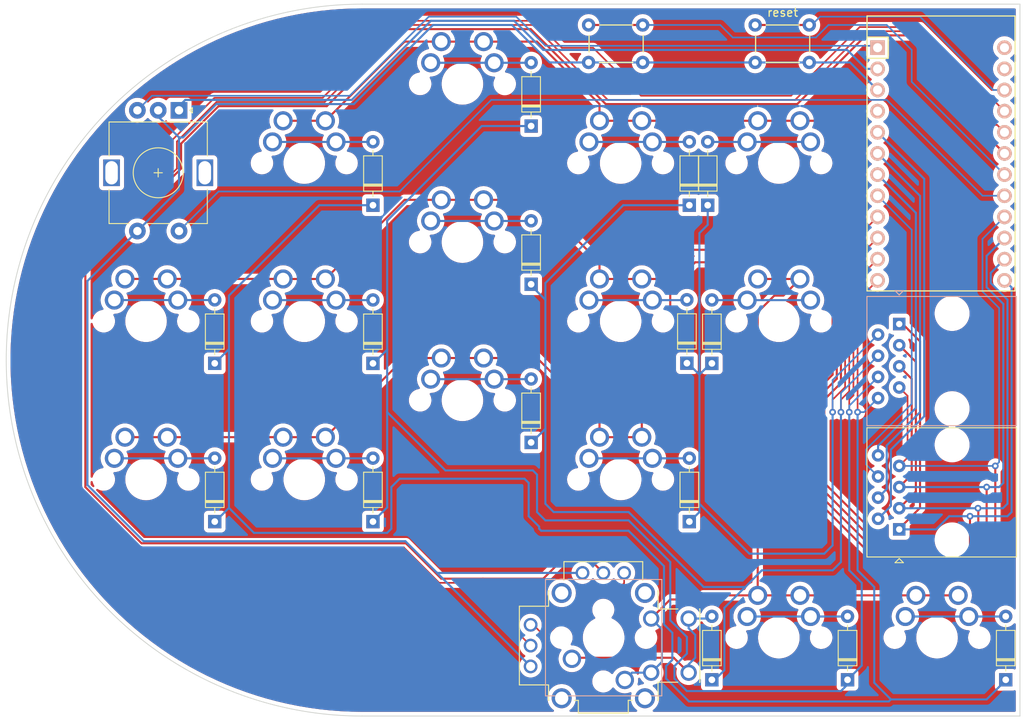
<source format=kicad_pcb>
(kicad_pcb (version 20211014) (generator pcbnew)
  (layers (0 "F.Cu" signal) (31 "B.Cu" signal) (34 "B.Paste" user) (35 "F.Paste" user) (36 "B.SilkS" user "B.Silkscreen") (37 "F.SilkS" user "F.Silkscreen") (38 "B.Mask" user) (39 "F.Mask" user) (44 "Edge.Cuts" user))
  (net 0 "")
  (footprint "" (layer "F.Cu") (at 121.191551 35.5)
    (fp_text reference "")
    (fp_text value "")
  )
  (footprint "Diode_THT:D_DO-35_SOD27_P7.62mm_Horizontal" (layer "F.Cu") (at 164.793255 109.646508 90)
    (fp_text reference "R" hide)
    (fp_text value "d" hide)
  )
  (footprint "MX" (layer "F.Cu") (at 156.543255 104.586508)
    (fp_text reference "S14" hide)
    (fp_text value "" hide)
  )
  (footprint "RKJXV122400R:SW_RKJXV122400R" (layer "F.Cu") (at 119 103 -90)
    (fp_text reference "REF**" hide)
    (fp_text value "SW_RKJXV122400R")
  )
  (footprint "Diode_THT:D_DO-35_SOD27_P7.62mm_Horizontal" (layer "F.Cu") (at 126.5 71.62 90)
    (fp_text reference "R" hide)
    (fp_text value "d" hide)
  )
  (footprint "Diode_THT:D_DO-35_SOD27_P7.62mm_Horizontal" (layer "F.Cu") (at 107.79 62.14 90)
    (fp_text reference "R" hide)
    (fp_text value "d" hide)
  )
  (footprint "MX" (layer "F.Cu") (at 118.543255 66.586508)
    (fp_text reference "S14" hide)
    (fp_text value "" hide)
  )
  (footprint "Diode_THT:D_DO-35_SOD27_P7.62mm_Horizontal" (layer "F.Cu") (at 129.5 71.646508 90)
    (fp_text reference "R" hide)
    (fp_text value "d" hide)
  )
  (footprint "" (layer "F.Cu") (at 134.69952 31)
    (fp_text reference "")
    (fp_text value "")
  )
  (footprint "MX" (layer "F.Cu") (at 137.543255 104.586508)
    (fp_text reference "S14" hide)
    (fp_text value "" hide)
  )
  (footprint "Diode_THT:D_DO-35_SOD27_P7.62mm_Horizontal" (layer "F.Cu") (at 88.793255 71.646508 90)
    (fp_text reference "R" hide)
    (fp_text value "d" hide)
  )
  (footprint "Diode_THT:D_DO-35_SOD27_P7.62mm_Horizontal" (layer "F.Cu") (at 107.79 81.14 90)
    (fp_text reference "R" hide)
    (fp_text value "d" hide)
  )
  (footprint "MX" (layer "F.Cu") (at 118.543255 85.586508)
    (fp_text reference "S14" hide)
    (fp_text value "" hide)
  )
  (footprint "" (layer "F.Cu") (at 114.691551 35.5)
    (fp_text reference "")
    (fp_text value "")
  )
  (footprint "" (layer "F.Cu") (at 121.191551 31)
    (fp_text reference "")
    (fp_text value "")
  )
  (footprint "" (layer "F.Cu") (at 141.19952 31)
    (fp_text reference "")
    (fp_text value "")
  )
  (footprint "ProMicro" (layer "F.Cu") (at 157.023026 47.699758 -90)
    (fp_text reference "MCU1" hide)
    (fp_text value "" hide)
  )
  (footprint "MX" (layer "F.Cu") (at 99.54 57.08)
    (fp_text reference "S14" hide)
    (fp_text value "" hide)
  )
  (footprint "Diode_THT:D_DO-35_SOD27_P7.62mm_Horizontal" (layer "F.Cu") (at 126.793255 90.646508 90)
    (fp_text reference "R" hide)
    (fp_text value "d" hide)
  )
  (footprint "MX" (layer "F.Cu") (at 99.54 38.08)
    (fp_text reference "S14" hide)
    (fp_text value "" hide)
  )
  (footprint "Diode_THT:D_DO-35_SOD27_P7.62mm_Horizontal" (layer "F.Cu") (at 88.793255 90.646508 90)
    (fp_text reference "R" hide)
    (fp_text value "d" hide)
  )
  (footprint "MX" (layer "F.Cu") (at 80.543255 66.586508)
    (fp_text reference "S14" hide)
    (fp_text value "" hide)
  )
  (footprint "MX" (layer "F.Cu") (at 61.54 66.58)
    (fp_text reference "S14" hide)
    (fp_text value "" hide)
  )
  (footprint "" (layer "F.Cu") (at 134.69952 35.5)
    (fp_text reference "")
    (fp_text value "")
  )
  (footprint "MX" (layer "F.Cu") (at 80.543255 85.586508)
    (fp_text reference "S14" hide)
    (fp_text value "" hide)
  )
  (footprint "Rotary_Encoder:RotaryEncoder_Alps_EC11E-Switch_Vertical_H20mm" (layer "F.Cu") (at 65.5 41.25 -90)
    (fp_text reference "REF**" hide)
    (fp_text value "RotaryEncoder_Alps_EC11E-Switch_Vertical_H20mm")
  )
  (footprint "Connector_RJ:RJ45_Amphenol_54602-x08_Horizontal" (layer "F.Cu") (at 152 91.58 90)
    (fp_text reference "REF**" hide)
    (fp_text value "RJ45_Amphenol_54602-x08_Horizontal" hide)
  )
  (footprint "" (layer "F.Cu") (at 114.691551 31)
    (fp_text reference "")
    (fp_text value "")
  )
  (footprint "MX" (layer "F.Cu") (at 99.54 76.08)
    (fp_text reference "S14" hide)
    (fp_text value "" hide)
  )
  (footprint "Diode_THT:D_DO-35_SOD27_P7.62mm_Horizontal" (layer "F.Cu") (at 69.793255 90.646508 90)
    (fp_text reference "R" hide)
    (fp_text value "d" hide)
  )
  (footprint "MX" (layer "F.Cu") (at 80.543255 47.586508)
    (fp_text reference "S14" hide)
    (fp_text value "" hide)
  )
  (footprint "" (layer "F.Cu") (at 141.19952 35.5)
    (fp_text reference "")
    (fp_text value "")
  )
  (footprint "MX" (layer "F.Cu") (at 137.543255 66.586508)
    (fp_text reference "S14" hide)
    (fp_text value "" hide)
  )
  (footprint "Diode_THT:D_DO-35_SOD27_P7.62mm_Horizontal" (layer "F.Cu") (at 107.79 43.14 90)
    (fp_text reference "R" hide)
    (fp_text value "d" hide)
  )
  (footprint "Diode_THT:D_DO-35_SOD27_P7.62mm_Horizontal" (layer "F.Cu") (at 126.793255 52.646508 90)
    (fp_text reference "R" hide)
    (fp_text value "d" hide)
  )
  (footprint "Diode_THT:D_DO-35_SOD27_P7.62mm_Horizontal" (layer "F.Cu") (at 88.793255 52.646508 90)
    (fp_text reference "R" hide)
    (fp_text value "d" hide)
  )
  (footprint "Diode_THT:D_DO-35_SOD27_P7.62mm_Horizontal" (layer "F.Cu") (at 145.793255 109.646508 90)
    (fp_text reference "R" hide)
    (fp_text value "d" hide)
  )
  (footprint "MX" (layer "F.Cu") (at 61.543255 85.586508)
    (fp_text reference "S14" hide)
    (fp_text value "" hide)
  )
  (footprint "Diode_THT:D_DO-35_SOD27_P7.62mm_Horizontal" (layer "F.Cu") (at 69.79 71.64 90)
    (fp_text reference "R" hide)
    (fp_text value "d" hide)
  )
  (footprint "Diode_THT:D_DO-35_SOD27_P7.62mm_Horizontal" (layer "F.Cu") (at 129 52.646508 90)
    (fp_text reference "R" hide)
    (fp_text value "d" hide)
  )
  (footprint "MX" (layer "F.Cu") (at 118.543255 47.586508)
    (fp_text reference "S14" hide)
    (fp_text value "" hide)
  )
  (footprint "Diode_THT:D_DO-35_SOD27_P7.62mm_Horizontal" (layer "F.Cu") (at 129.5 109.646508 90)
    (fp_text reference "R" hide)
    (fp_text value "d" hide)
  )
  (footprint "MX" (layer "F.Cu") (at 137.543255 47.586508)
    (fp_text reference "S14" hide)
    (fp_text value "" hide)
  )
  (footprint "Connector_RJ:RJ45_Amphenol_54602-x08_Horizontal" (layer "B.Cu") (at 152 66.92 -90)
    (fp_text reference "REF**" hide)
    (fp_text value "RJ45_Amphenol_54602-x08_Horizontal" hide)
  )
  (footprint "Button_Switch_Keyboard:SW_Cherry_MX_1.00u_PCB" (layer "B.Cu") (at 119.04 109.666508)
    (fp_text reference "REF**" hide)
    (fp_text value "SW_Cherry_MX_1.00u_PCB")
  )
  (gr_line (start 120 35.5) (end 116 35.5) (layer "F.SilkS") (width 0.15))
  (gr_line (start 116 31) (end 120 31) (layer "F.SilkS") (width 0.15))
  (gr_line (start 140 35.5) (end 136 35.5) (layer "F.SilkS") (width 0.15))
  (gr_line (start 136 31) (end 140 31) (layer "F.SilkS") (width 0.15))
  (gr_line (start 141.25 32.25) (end 141.25 34.25) (layer "F.SilkS") (width 0.15))
  (gr_line (start 114.75 32.25) (end 114.75 34.25) (layer "F.SilkS") (width 0.15))
  (gr_line (start 134.75 32.25) (end 134.75 34.25) (layer "F.SilkS") (width 0.15))
  (gr_line (start 121.25 32.25) (end 121.25 34.25) (layer "F.SilkS") (width 0.15))
  (gr_line (start 87.5 28.5) (end 166.5 28.5) (layer "Edge.Cuts") (width 0.1))
  (gr_line (start 166.5 28.5) (end 166.5 114) (layer "Edge.Cuts") (width 0.1))
  (gr_line (start 87.5 114) (end 166.5 114) (layer "Edge.Cuts") (width 0.1))
  (gr_arc (start 87.5 114) (mid 44.75 71.25) (end 87.5 28.5) (layer "Edge.Cuts") (width 0.1))
  (gr_text "reset\n" (at 138 29.5) (layer "F.SilkS") (effects (font (size 1 1))))
  (segment (start 53.25 87.25) (end 60.5 94.5) (width 0.2) (layer "F.Cu") (net 0))
  (segment (start 163.753268 43) (end 162.25 43) (width 0.2) (layer "F.Cu") (net 0))
  (segment (start 145 76) (end 146 75) (width 0.2) (layer "F.Cu") (net 0))
  (segment (start 146 76) (end 146.5 75.5) (width 0.2) (layer "F.Cu") (net 0))
  (segment (start 97 71) (end 102.08 71) (width 0.25) (layer "F.Cu") (net 0))
  (segment (start 162 39.75) (end 154 31.75) (width 0.2) (layer "F.Cu") (net 0))
  (segment (start 69.75 39.75) (end 64.75 44.75) (width 0.2) (layer "F.Cu") (net 0))
  (segment (start 108.5 71) (end 116.003255 78.503255) (width 0.25) (layer "F.Cu") (net 0))
  (segment (start 100.19 98) (end 107.73 105.54) (width 0.2) (layer "F.Cu") (net 0))
  (segment (start 115.25 98.75) (end 118.25 98.75) (width 0.2) (layer "F.Cu") (net 0))
  (segment (start 145 45) (end 145 74) (width 0.25) (layer "F.Cu") (net 0))
  (segment (start 64.083255 80.506508) (end 78.003255 80.506508) (width 0.25) (layer "F.Cu") (net 0))
  (segment (start 135.003255 42.506508) (end 121.083255 42.506508) (width 0.25) (layer "F.Cu") (net 0))
  (segment (start 143 76) (end 143 86) (width 0.25) (layer "F.Cu") (net 0))
  (segment (start 135.003255 42.506508) (end 140.083255 42.506508) (width 0.25) (layer "F.Cu") (net 0))
  (segment (start 78.003255 42.506508) (end 83.083255 42.506508) (width 0.25) (layer "F.Cu") (net 0))
  (segment (start 115.25 33.75) (end 111.5 33.75) (width 0.2) (layer "F.Cu") (net 0))
  (segment (start 144 77.5) (end 144 76) (width 0.2) (layer "F.Cu") (net 0))
  (segment (start 121.083255 80.506508) (end 121.083255 72.416745) (width 0.25) (layer "F.Cu") (net 0))
  (segment (start 64.75 48) (end 53.25 59.5) (width 0.2) (layer "F.Cu") (net 0))
  (segment (start 147 77.5) (end 147 64.072784) (width 0.2) (layer "F.Cu") (net 0))
  (segment (start 102.08 33) (end 108.5 33) (width 0.25) (layer "F.Cu") (net 0))
  (segment (start 109.5 104.5) (end 115.25 98.75) (width 0.2) (layer "F.Cu") (net 0))
  (segment (start 151.5 95.5) (end 160 95.5) (width 0.25) (layer "F.Cu") (net 0))
  (segment (start 139.5 40) (end 117 40) (width 0.2) (layer "F.Cu") (net 0))
  (segment (start 159.5 95) (end 160.5 94) (width 0.25) (layer "F.Cu") (net 0))
  (segment (start 116.003255 59.503255) (end 108.5 52) (width 0.25) (layer "F.Cu") (net 0))
  (segment (start 140.083255 99.506508) (end 154.003255 99.506508) (width 0.25) (layer "F.Cu") (net 0))
  (segment (start 108.5 33) (end 116.003255 40.503255) (width 0.25) (layer "F.Cu") (net 0))
  (segment (start 152 95) (end 159.5 95) (width 0.25) (layer "F.Cu") (net 0))
  (segment (start 117 40) (end 108 31) (width 0.2) (layer "F.Cu") (net 0))
  (segment (start 143 86) (end 152 95) (width 0.25) (layer "F.Cu") (net 0))
  (segment (start 144 76) (end 145.5 74.5) (width 0.2) (layer "F.Cu") (net 0))
  (segment (start 77.996747 61.5) (end 78.003255 61.506508) (width 0.25) (layer "F.Cu") (net 0))
  (segment (start 152 91.5) (end 154.5 89) (width 0.25) (layer "F.Cu") (net 0))
  (segment (start 142.5 75.5) (end 142.5 86.5) (width 0.25) (layer "F.Cu") (net 0))
  (segment (start 60.5 94.5) (end 90.75 94.5) (width 0.2) (layer "F.Cu") (net 0))
  (segment (start 135.003255 99.506508) (end 135.003255 69.003255) (width 0.25) (layer "F.Cu") (net 0))
  (segment (start 118.96 98.04) (end 118.96 96.81) (width 0.2) (layer "F.Cu") (net 0))
  (segment (start 139 39.5) (end 121 39.5) (width 0.2) (layer "F.Cu") (net 0))
  (segment (start 147 64.072784) (end 149.403026 61.669758) (width 0.2) (layer "F.Cu") (net 0))
  (segment (start 144.5 59.5) (end 144.5 73.5) (width 0.25) (layer "F.Cu") (net 0))
  (segment (start 108 31) (end 92.25 31) (width 0.2) (layer "F.Cu") (net 0))
  (segment (start 116.003255 40.503255) (end 116.003255 42.506508) (width 0.25) (layer "F.Cu") (net 0))
  (segment (start 153 75.54) (end 152 74.54) (width 0.2) (layer "F.Cu") (net 0))
  (segment (start 147.5 58.492784) (end 148.496392 57.496392) (width 0.2) (layer "F.Cu") (net 0))
  (segment (start 153.75 32.25) (end 148 32.25) (width 0.25) (layer "F.Cu") (net 0))
  (segment (start 145.5 57.952784) (end 149.403026 54.049758) (width 0.2) (layer "F.Cu") (net 0))
  (segment (start 78.003255 80.506508) (end 83.083255 80.506508) (width 0.25) (layer "F.Cu") (net 0))
  (segment (start 118.25 98.75) (end 118.96 98.04) (width 0.2) (layer "F.Cu") (net 0))
  (segment (start 153 82.96) (end 153 75.54) (width 0.2) (layer "F.Cu") (net 0))
  (segment (start 111.5 33.75) (end 108.25 30.5) (width 0.2) (layer "F.Cu") (net 0))
  (segment (start 70.25 40.75) (end 65.75 45.25) (width 0.25) (layer "F.Cu") (net 0))
  (segment (start 137 63.5) (end 138.089763 63.5) (width 0.25) (layer "F.Cu") (net 0))
  (segment (start 92.5 31.5) (end 83.25 40.75) (width 0.25) (layer "F.Cu") (net 0))
  (segment (start 143 58) (end 144.5 59.5) (width 0.25) (layer "F.Cu") (net 0))
  (segment (start 116.75 40.5) (end 107.75 31.5) (width 0.25) (layer "F.Cu") (net 0))
  (segment (start 121.083255 61.506508) (end 122.993492 61.506508) (width 0.25) (layer "F.Cu") (net 0))
  (segment (start 121 39.5) (end 115.25 33.75) (width 0.2) (layer "F.Cu") (net 0))
  (segment (start 146 60) (end 147.5 58.5) (width 0.2) (layer "F.Cu") (net 0))
  (segment (start 162 42.75) (end 162 39.75) (width 0.2) (layer "F.Cu") (net 0))
  (segment (start 135.003255 99.506508) (end 140.083255 99.506508) (width 0.25) (layer "F.Cu") (net 0))
  (segment (start 61 93.25) (end 92.75 93.25) (width 0.25) (layer "F.Cu") (net 0))
  (segment (start 54.25 86.5) (end 61 93.25) (width 0.25) (layer "F.Cu") (net 0))
  (segment (start 102.08 71) (end 108.5 71) (width 0.25) (layer "F.Cu") (net 0))
  (segment (start 164.643026 43.889758) (end 163.753268 43) (width 0.2) (layer "F.Cu") (net 0))
  (segment (start 116.003255 61.506508) (end 121.083255 61.506508) (width 0.25) (layer "F.Cu") (net 0))
  (segment (start 97 33) (end 102.08 33) (width 0.25) (layer "F.Cu") (net 0))
  (segment (start 108.5 111.25) (end 109.5 110.25) (width 0.2) (layer "F.Cu") (net 0))
  (segment (start 83.083255 42.506508) (end 92.589763 33) (width 0.25) (layer "F.Cu") (net 0))
  (segment (start 139.75 40.5) (end 116.75 40.5) (width 0.25) (layer "F.Cu") (net 0))
  (segment (start 60.75 93.75) (end 92.5 93.75) (width 0.2) (layer "F.Cu") (net 0))
  (segment (start 127.5 59.5) (end 143 59.5) (width 0.25) (layer "F.Cu") (net 0))
  (segment (start 148.496392 57.496392) (end 149.403026 56.589758) (width 0.2) (layer "F.Cu") (net 0))
  (segment (start 109.25 97.5) (end 111.5 95.25) (width 0.25) (layer "F.Cu") (net 0))
  (segment (start 125.5 66) (end 124.5 65) (width 0.25) (layer "F.Cu") (net 0))
  (segment (start 145.5 74.5) (end 145.5 57.952784) (width 0.2) (layer "F.Cu") (net 0))
  (segment (start 125.5 68) (end 125.5 66) (width 0.25) (layer "F.Cu") (net 0))
  (segment (start 64.08 61.5) (end 77.996747 61.5) (width 0.25) (layer "F.Cu") (net 0))
  (segment (start 162.25 43) (end 162 42.75) (width 0.2) (layer "F.Cu") (net 0))
  (segment (start 126.71 108.79) (end 124.92 107) (width 0.25) (layer "F.Cu") (net 0))
  (segment (start 112.816508 107) (end 112.69 107.126508) (width 0.25) (layer "F.Cu") (net 0))
  (segment (start 124.5 65) (end 124.5 62.5) (width 0.25) (layer "F.Cu") (net 0))
  (segment (start 65.75 48.25) (end 54.25 59.75) (width 0.25) (layer "F.Cu") (net 0))
  (segment (start 82.75 39.75) (end 69.75 39.75) (width 0.2) (layer "F.Cu") (net 0))
  (segment (start 92.5 71.089763) (end 92.5 71) (width 0.25) (layer "F.Cu") (net 0))
  (segment (start 92.589763 52) (end 97 52) (width 0.25) (layer "F.Cu") (net 0))
  (segment (start 164.643026 46.429758) (end 161.625 43.411732) (width 0.25) (layer "F.Cu") (net 0))
  (segment (start 162.5 94) (end 162.5 86.5) (width 0.25) (layer "F.Cu") (net 0))
  (segment (start 97 52) (end 102.08 52) (width 0.25) (layer "F.Cu") (net 0))
  (segment (start 121.083255 72.416745) (end 125.5 68) (width 0.25) (layer "F.Cu") (net 0))
  (segment (start 142 75) (end 142 87) (width 0.25) (layer "F.Cu") (net 0))
  (segment (start 146 77.5) (end 146 76) (width 0.2) (layer "F.Cu") (net 0))
  (segment (start 153.5 85) (end 153.5 73.5) (width 0.25) (layer "F.Cu") (net 0))
  (segment (start 146.5 75.5) (end 146.5 62.032784) (width 0.2) (layer "F.Cu") (net 0))
  (segment (start 134.69952 31) (end 141.19952 31) (width 0.25) (layer "F.Cu") (net 0))
  (segment (start 151 96) (end 160.5 96) (width 0.25) (layer "F.Cu") (net 0))
  (segment (start 78.003255 61.506508) (end 83.083255 61.506508) (width 0.25) (layer "F.Cu") (net 0))
  (segment (start 135.003255 69.003255) (end 141.5 75.5) (width 0.25) (layer "F.Cu") (net 0))
  (segment (start 161.625 40.125) (end 153.75 32.25) (width 0.25) (layer "F.Cu") (net 0))
  (segment (start 160.5 96) (end 162.5 94) (width 0.25) (layer "F.Cu") (net 0))
  (segment (start 138.089763 63.5) (end 140.083255 61.506508) (width 0.25) (layer "F.Cu") (net 0))
  (segment (start 154 87.04) (end 154 71.46) (width 0.25) (layer "F.Cu") (net 0))
  (segment (start 116.003255 61.506508) (end 116.003255 59.503255) (width 0.25) (layer "F.Cu") (net 0))
  (segment (start 152 89.04) (end 154 87.04) (width 0.25) (layer "F.Cu") (net 0))
  (segment (start 92.5 93.75) (end 96.75 98) (width 0.2) (layer "F.Cu") (net 0))
  (segment (start 161.5 94) (end 161.5 89.08) (width 0.25) (layer "F.Cu") (net 0))
  (segment (start 152 86.5) (end 153.5 85) (width 0.25) (layer "F.Cu") (net 0))
  (segment (start 164.643026 41.349758) (end 154.543268 31.25) (width 0.2) (layer "F.Cu") (net 0))
  (segment (start 92 30.5) (end 82.75 39.75) (width 0.2) (layer "F.Cu") (net 0))
  (segment (start 116.003255 42.506508) (end 121.083255 42.506508) (width 0.25) (layer "F.Cu") (net 0))
  (segment (start 124.5 62.5) (end 127.5 59.5) (width 0.25) (layer "F.Cu") (net 0))
  (segment (start 70 40.25) (end 65.25 45) (width 0.2) (layer "F.Cu") (net 0))
  (segment (start 154.5 69) (end 152.42 66.92) (width 0.25) (layer "F.Cu") (net 0))
  (segment (start 146 75) (end 146 60) (width 0.2) (layer "F.Cu") (net 0))
  (segment (start 109.5 110.25) (end 109.5 104.5) (width 0.2) (layer "F.Cu") (net 0))
  (segment (start 145 77.5) (end 145 76) (width 0.2) (layer "F.Cu") (net 0))
  (segment (start 135.003255 99.506508) (end 128.506508 99.506508) (width 0.25) (layer "F.Cu") (net 0))
  (segment (start 108.5 52) (end 102.08 52) (width 0.25) (layer "F.Cu") (net 0))
  (segment (start 147.25 31.25) (end 139 39.5) (width 0.2) (layer "F.Cu") (net 0))
  (segment (start 142 87) (end 151 96) (width 0.25) (layer "F.Cu") (net 0))
  (segment (start 107.75 31.5) (end 92.5 31.5) (width 0.25) (layer "F.Cu") (net 0))
  (segment (start 53.75 86.75) (end 60.75 93.75) (width 0.2) (layer "F.Cu") (net 0))
  (segment (start 108.04 103.04) (end 107.73 103.04) (width 0.2) (layer "F.Cu") (net 0))
  (segment (start 108.25 30.5) (end 92 30.5) (width 0.2) (layer "F.Cu") (net 0))
  (segment (start 59.003255 80.506508) (end 64.083255 80.506508) (width 0.25) (layer "F.Cu") (net 0))
  (segment (start 143 59.5) (end 144 60.5) (width 0.25) (layer "F.Cu") (net 0))
  (segment (start 145 74) (end 143 76) (width 0.25) (layer "F.Cu") (net 0))
  (segment (start 160 95.5) (end 161.5 94) (width 0.25) (layer "F.Cu") (net 0))
  (segment (start 161.625 43.411732) (end 161.625 40.125) (width 0.25) (layer "F.Cu") (net 0))
  (segment (start 92.589763 33) (end 97 33) (width 0.25) (layer "F.Cu") (net 0))
  (segment (start 97 97.5) (end 102 97.5) (width 0.25) (layer "F.Cu") (net 0))
  (segment (start 116.003255 80.506508) (end 121.083255 80.506508) (width 0.25) (layer "F.Cu") (net 0))
  (segment (start 92.75 93.25) (end 97 97.5) (width 0.25) (layer "F.Cu") (net 0))
  (segment (start 128.013016 100) (end 124.5 100) (width 0.25) (layer "F.Cu") (net 0))
  (segment (start 144 60.5) (end 144 73) (width 0.25) (layer "F.Cu") (net 0))
  (segment (start 53.75 59.75) (end 53.75 86.75) (width 0.2) (layer "F.Cu") (net 0))
  (segment (start 153.5 73.5) (end 152 72) (width 0.25) (layer "F.Cu") (net 0))
  (segment (start 111.5 95.25) (end 114.9 95.25) (width 0.25) (layer "F.Cu") (net 0))
  (segment (start 83.25 40.75) (end 70.25 40.75) (width 0.25) (layer "F.Cu") (net 0))
  (segment (start 54.25 59.75) (end 54.25 86.5) (width 0.25) (layer "F.Cu") (net 0))
  (segment (start 152 91.58) (end 152 91.5) (width 0.25) (layer "F.Cu") (net 0))
  (segment (start 126.5 58) (end 143 58) (width 0.25) (layer "F.Cu") (net 0))
  (segment (start 96.75 98) (end 100.19 98) (width 0.2) (layer "F.Cu") (net 0))
  (segment (start 150.5 96.5) (end 161 96.5) (width 0.25) (layer "F.Cu") (net 0))
  (segment (start 135.003255 61.506508) (end 140.083255 61.506508) (width 0.25) (layer "F.Cu") (net 0))
  (segment (start 144 73) (end 142 75) (width 0.25) (layer "F.Cu") (net 0))
  (segment (start 154.5 89) (end 154.5 69) (width 0.25) (layer "F.Cu") (net 0))
  (segment (start 161.5 89.08) (end 161.46 89.04) (width 0.25) (layer "F.Cu") (net 0))
  (segment (start 65.75 45.25) (end 65.75 48.25) (width 0.25) (layer "F.Cu") (net 0))
  (segment (start 135.003255 69.003255) (end 135.003255 65.496745) (width 0.25) (layer "F.Cu") (net 0))
  (segment (start 141.5 75.5) (end 141.5 87.5) (width 0.25) (layer "F.Cu") (net 0))
  (segment (start 90.75 94.5) (end 107.5 111.25) (width 0.2) (layer "F.Cu") (net 0))
  (segment (start 92.5 71) (end 97 71) (width 0.25) (layer "F.Cu") (net 0))
  (segment (start 124.5 100) (end 122.21 102.29) (width 0.25) (layer "F.Cu") (net 0))
  (segment (start 122.993492 61.506508) (end 126.5 58) (width 0.25) (layer "F.Cu") (net 0))
  (segment (start 83.083255 61.506508) (end 92.589763 52) (width 0.25) (layer "F.Cu") (net 0))
  (segment (start 59 61.5) (end 64.08 61.5) (width 0.25) (layer "F.Cu") (net 0))
  (segment (start 144.5 73.5) (end 142.5 75.5) (width 0.25) (layer "F.Cu") (net 0))
  (segment (start 107.5 111.25) (end 108.5 111.25) (width 0.2) (layer "F.Cu") (net 0))
  (segment (start 148 32.25) (end 139.75 40.5) (width 0.25) (layer "F.Cu") (net 0))
  (segment (start 65.25 45) (end 65.25 48.25) (width 0.2) (layer "F.Cu") (net 0))
  (segment (start 142.506508 42.506508) (end 145 45) (width 0.25) (layer "F.Cu") (net 0))
  (segment (start 154 31.75) (end 147.75 31.75) (width 0.2) (layer "F.Cu") (net 0))
  (segment (start 135.003255 65.496745) (end 137 63.5) (width 0.25) (layer "F.Cu") (net 0))
  (segment (start 109.5 104.5) (end 108.04 103.04) (width 0.2) (layer "F.Cu") (net 0))
  (segment (start 154.543268 31.25) (end 147.25 31.25) (width 0.2) (layer "F.Cu") (net 0))
  (segment (start 152 83.96) (end 153 82.96) (width 0.2) (layer "F.Cu") (net 0))
  (segment (start 160.5 94) (end 160.5 90) (width 0.25) (layer "F.Cu") (net 0))
  (segment (start 161 96.5) (end 163.54 93.96) (width 0.25) (layer "F.Cu") (net 0))
  (segment (start 64.75 44.75) (end 64.75 48) (width 0.2) (layer "F.Cu") (net 0))
  (segment (start 146.5 62.032784) (end 149.403026 59.129758) (width 0.2) (layer "F.Cu") (net 0))
  (segment (start 142.5 86.5) (end 151.5 95.5) (width 0.25) (layer "F.Cu") (net 0))
  (segment (start 147.75 31.75) (end 139.5 40) (width 0.2) (layer "F.Cu") (net 0))
  (segment (start 154.003255 99.506508) (end 159.083255 99.506508) (width 0.25) (layer "F.Cu") (net 0))
  (segment (start 102 97.5) (end 109.25 97.5) (width 0.25) (layer "F.Cu") (net 0))
  (segment (start 141.5 87.5) (end 150.5 96.5) (width 0.25) (layer "F.Cu") (net 0))
  (segment (start 124.92 107) (end 112.816508 107) (width 0.25) (layer "F.Cu") (net 0))
  (segment (start 116.003255 78.503255) (end 116.003255 80.506508) (width 0.25) (layer "F.Cu") (net 0))
  (segment (start 152.42 66.92) (end 152 66.92) (width 0.25) (layer "F.Cu") (net 0))
  (segment (start 92.25 31) (end 83 40.25) (width 0.2) (layer "F.Cu") (net 0))
  (segment (start 140.083255 42.506508) (end 142.506508 42.506508) (width 0.25) (layer "F.Cu") (net 0))
  (segment (start 114.691551 31) (end 121.191551 31) (width 0.25) (layer "F.Cu") (net 0))
  (segment (start 163.54 93.96) (end 163.54 83.96) (width 0.25) (layer "F.Cu") (net 0))
  (segment (start 154 71.46) (end 152 69.46) (width 0.25) (layer "F.Cu") (net 0))
  (segment (start 83 40.25) (end 70 40.25) (width 0.2) (layer "F.Cu") (net 0))
  (segment (start 114.9 95.25) (end 116.46 96.81) (width 0.25) (layer "F.Cu") (net 0))
  (segment (start 128.506508 99.506508) (end 128.013016 100) (width 0.25) (layer "F.Cu") (net 0))
  (segment (start 65.25 48.25) (end 53.75 59.75) (width 0.2) (layer "F.Cu") (net 0))
  (segment (start 53.25 59.5) (end 53.25 87.25) (width 0.2) (layer "F.Cu") (net 0))
  (segment (start 83.083255 80.506508) (end 92.5 71.089763) (width 0.25) (layer "F.Cu") (net 0))
  (via (at 146 77.5) (size 0.8) (drill 0.4) (layers "F.Cu" "B.Cu") (net 0))
  (via (at 162.5 86.5) (size 0.8) (drill 0.4) (layers "F.Cu" "B.Cu") (net 0))
  (via (at 163.54 83.96) (size 0.8) (drill 0.4) (layers "F.Cu" "B.Cu") (net 0))
  (via (at 161.46 89.04) (size 0.8) (drill 0.4) (layers "F.Cu" "B.Cu") (net 0))
  (via (at 160.5 90) (size 0.8) (drill 0.4) (layers "F.Cu" "B.Cu") (net 0))
  (via (at 147 77.5) (size 0.8) (drill 0.4) (layers "F.Cu" "B.Cu") (net 0))
  (via (at 144 77.5) (size 0.8) (drill 0.4) (layers "F.Cu" "B.Cu") (net 0))
  (via (at 145 77.5) (size 0.8) (drill 0.4) (layers "F.Cu" "B.Cu") (net 0))
  (segment (start 129.236508 102.29) (end 129.5 102.026508) (width 0.25) (layer "B.Cu") (net 0))
  (segment (start 119.5 89.5) (end 128.5 98.5) (width 0.25) (layer "B.Cu") (net 0))
  (segment (start 96 31) (end 86.5 40.5) (width 0.25) (layer "B.Cu") (net 0))
  (segment (start 153.5 34) (end 150.5 31) (width 0.2) (layer "B.Cu") (net 0))
  (segment (start 128 56) (end 128 73) (width 0.25) (layer "B.Cu") (net 0))
  (segment (start 108.75 91.5) (end 109 91.75) (width 0.25) (layer "B.Cu") (net 0))
  (segment (start 65.353255 83.046508) (end 69.773255 83.046508) (width 0.25) (layer "B.Cu") (net 0))
  (segment (start 164.5 64.5) (end 162.5 62.5) (width 0.25) (layer "B.Cu") (net 0))
  (segment (start 114.733255 45.046508) (end 122.353255 45.046508) (width 0.25) (layer "B.Cu") (net 0))
  (segment (start 126.5 104.5) (end 124.5 102.5) (width 0.25) (layer "B.Cu") (net 0))
  (segment (start 107.79 81.14) (end 107.86 81.14) (width 0.25) (layer "B.Cu") (net 0))
  (segment (start 113.96 96.81) (end 96.5 96.81) (width 0.25) (layer "B.Cu") (net 0))
  (segment (start 147 77.5) (end 147.77 77.5) (width 0.2) (layer "B.Cu") (net 0))
  (segment (start 95.73 54.54) (end 103.35 54.54) (width 0.25) (layer "B.Cu") (net 0))
  (segment (start 123.5 103.58) (end 123.5 107.5) (width 0.25) (layer "B.Cu") (net 0))
  (segment (start 126.71 107.79) (end 126.71 108.79) (width 0.25) (layer "B.Cu") (net 0))
  (segment (start 86.25 40) (end 66.25 40) (width 0.25) (layer "B.Cu") (net 0))
  (segment (start 149.173268 33.5) (end 149.403026 33.729758) (width 0.2) (layer "B.Cu") (net 0))
  (segment (start 90.5 77.5) (end 90.5 88.5) (width 0.25) (layer "B.Cu") (net 0))
  (segment (start 126.71 102.29) (end 129.236508 102.29) (width 0.25) (layer "B.Cu") (net 0))
  (segment (start 155 78) (end 155 49.486732) (width 0.25) (layer "B.Cu") (net 0))
  (segment (start 158 90) (end 160.5 90) (width 0.25) (layer "B.Cu") (net 0))
  (segment (start 165 88.5) (end 165 64) (width 0.25) (layer "B.Cu") (net 0))
  (segment (start 108.5 85) (end 108 84.5) (width 0.25) (layer "B.Cu") (net 0))
  (segment (start 65.5 40.75) (end 65.5 41.25) (width 0.25) (layer "B.Cu") (net 0))
  (segment (start 149.46 87.77) (end 150.5 86.73) (width 0.25) (layer "B.Cu") (net 0))
  (segment (start 162 63) (end 162 56.692784) (width 0.2) (layer "B.Cu") (net 0))
  (segment (start 114.733255 83.046508) (end 122.353255 83.046508) (width 0.25) (layer "B.Cu") (net 0))
  (segment (start 145 75.19) (end 149.46 70.73) (width 0.2) (layer "B.Cu") (net 0))
  (segment (start 129 55) (end 128 56) (width 0.25) (layer "B.Cu") (net 0))
  (segment (start 103.35 35.54) (end 107.77 35.54) (width 0.25) (layer "B.Cu") (net 0))
  (segment (start 71.43 70) (end 71.5 70) (width 0.25) (layer "B.Cu") (net 0))
  (segment (start 57.73 64.04) (end 65.35 64.04) (width 0.25) (layer "B.Cu") (net 0))
  (segment (start 109.5 62) (end 109.5 64) (width 0.25) (layer "B.Cu") (net 0))
  (segment (start 133.733255 102.046508) (end 141.353255 102.046508) (width 0.25) (layer "B.Cu") (net 0))
  (segment (start 119.5 91.75) (end 123.75 96) (width 0.25) (layer "B.Cu") (net 0))
  (segment (start 69.79 71.64) (end 71.43 70) (width 0.25) (layer "B.Cu") (net 0))
  (segment (start 107 85.5) (end 107.5 86) (width 0.25) (layer "B.Cu") (net 0))
  (segment (start 128.5 98.5) (end 133.5 98.5) (width 0.25) (layer "B.Cu") (net 0))
  (segment (start 146 96.5) (end 146 77.5) (width 0.25) (layer "B.Cu") (net 0))
  (segment (start 123.75 103) (end 124.75 104) (width 0.25) (layer "B.Cu") (net 0))
  (segment (start 126.71 102.29) (end 126.71 103.46) (width 0.25) (layer "B.Cu") (net 0))
  (segment (start 62.25 39.5) (end 86 39.5) (width 0.2) (layer "B.Cu") (net 0))
  (segment (start 131.25 35.5) (end 114.691551 35.5) (width 0.25) (layer "B.Cu") (net 0))
  (segment (start 124 109.5) (end 126.75 112.25) (width 0.25) (layer "B.Cu") (net 0))
  (segment (start 142.5 30) (end 141.5 31) (width 0.2) (layer "B.Cu") (net 0))
  (segment (start 109.5 64) (end 109.5 88.5) (width 0.25) (layer "B.Cu") (net 0))
  (segment (start 76.733255 64.046508) (end 84.353255 64.046508) (width 0.25) (layer "B.Cu") (net 0))
  (segment (start 124.5 95.5) (end 119.5 90.5) (width 0.25) (layer "B.Cu") (net 0))
  (segment (start 146.093268 35.5) (end 149.403026 38.809758) (width 0.25) (layer "B.Cu") (net 0))
  (segment (start 130.5 31) (end 121.191551 31) (width 0.2) (layer "B.Cu") (net 0))
  (segment (start 159.469758 48.969758) (end 162.009758 51.509758) (width 0.2) (layer "B.Cu") (net 0))
  (segment (start 164.46 89.04) (end 165 88.5) (width 0.25) (layer "B.Cu") (net 0))
  (segment (start 123.5 107.5) (end 122.21 108.79) (width 0.25) (layer "B.Cu") (net 0))
  (segment (start 96.5 96.81) (end 96.47 96.78) (width 0.25) (layer "B.Cu") (net 0))
  (segment (start 149.46 82.69) (end 149.46 81.54) (width 0.25) (layer "B.Cu") (net 0))
  (segment (start 165.5 62.526732) (end 164.643026 61.669758) (width 0.25) (layer "B.Cu") (net 0))
  (segment (start 151 112) (end 162.5 112) (width 0.25) (layer "B.Cu") (net 0))
  (segment (start 126.71 103.46) (end 127.5 104.25) (width 0.25) (layer "B.Cu") (net 0))
  (segment (start 129.52 64.046508) (end 129.5 64.026508) (width 0.25) (layer "B.Cu") (net 0))
  (segment (start 144 93.5) (end 144 77.5) (width 0.25) (layer "B.Cu") (net 0))
  (segment (start 76.733255 83.046508) (end 84.353255 83.046508) (width 0.25) (layer "B.Cu") (net 0))
  (segment (start 144 77.5) (end 144 73.65) (width 0.2) (layer "B.Cu") (net 0))
  (segment (start 126.5 111) (end 125 109.5) (width 0.25) (layer "B.Cu") (net 0))
  (segment (start 63 42) (end 63 41.25) (width 0.25) (layer "B.Cu") (net 0))
  (segment (start 118.853492 52.646508) (end 109.5 62) (width 0.25) (layer "B.Cu") (net 0))
  (segment (start 122.353255 45.046508) (end 126.773255 45.046508) (width 0.25) (layer "B.Cu") (net 0))
  (segment (start 149.46 90.31) (end 151 88.77) (width 0.25) (layer "B.Cu") (net 0))
  (segment (start 54.5 61.75) (end 54.5 86.25) (width 0.25) (layer "B.Cu") (net 0))
  (segment (start 66.25 40) (end 65.5 40.75) (width 0.25) (layer "B.Cu") (net 0))
  (segment (start 101.86 43.14) (end 90.5 54.5) (width 0.25) (layer "B.Cu") (net 0))
  (segment (start 127.5 107) (end 126.71 107.79) (width 0.25) (layer "B.Cu") (net 0))
  (segment (start 114.733255 64.046508) (end 122.353255 64.046508) (width 0.25) (layer "B.Cu") (net 0))
  (segment (start 141.19952 35.5) (end 134.69952 35.5) (width 0.25) (layer "B.Cu") (net 0))
  (segment (start 143.5 31) (end 142 32.5) (width 0.2) (layer "B.Cu") (net 0))
  (segment (start 114.691551 35.5) (end 110 35.5) (width 0.25) (layer "B.Cu") (net 0))
  (segment (start 105.75 30.5) (end 95.75 30.5) (width 0.25) (layer "B.Cu") (net 0))
  (segment (start 145 111) (end 126.5 111) (width 0.25) (layer "B.Cu") (net 0))
  (segment (start 154 77) (end 154 53.566732) (width 0.25) (layer "B.Cu") (net 0))
  (segment (start 164 83.5) (end 164 65) (width 0.2) (layer "B.Cu") (net 0))
  (segment (start 108.75 91.25) (end 108.75 91.5) (width 0.25) (layer "B.Cu") (net 0))
  (segment (start 119.5 90.5) (end 109.5 90.5) (width 0.25) (layer "B.Cu") (net 0))
  (segment (start 164.5 86) (end 164.5 64.5) (width 0.25) (layer "B.Cu") (net 0))
  (segment (start 165.5 89.5) (end 165.5 62.526732) (width 0.25) (layer "B.Cu") (net 0))
  (segment (start 60.5 41.25) (end 62.25 39.5) (width 0.2) (layer "B.Cu") (net 0))
  (segment (start 110 35.5) (end 105.5 31) (width 0.25) (layer "B.Cu") (net 0))
  (segment (start 54.5 86.25) (end 61.25 93) (width 0.25) (layer "B.Cu") (net 0))
  (segment (start 160.5 90) (end 165 90) (width 0.25) (layer "B.Cu") (net 0))
  (segment (start 84.353255 64.046508) (end 88.773255 64.046508) (width 0.25) (layer "B.Cu") (net 0))
  (segment (start 84.353255 83.046508) (end 88.773255 83.046508) (width 0.25) (layer "B.Cu") (net 0))
  (segment (start 126.793255 52.646508) (end 118.853492 52.646508) (width 0.25) (layer "B.Cu") (net 0))
  (segment (start 107.79 62.29) (end 109.5 64) (width 0.25) (layer "B.Cu") (net 0))
  (segment (start 131 101) (end 133.5 98.5) (width 0.25) (layer "B.Cu") (net 0))
  (segment (start 132 32.5) (end 130.5 31) (width 0.2) (layer "B.Cu") (net 0))
  (segment (start 65.5 50.75) (end 60.5 55.75) (width 0.25) (layer "B.Cu") (net 0))
  (segment (start 106 30) (end 109.5 33.5) (width 0.2) (layer "B.Cu") (net 0))
  (segment (start 154.5 51.526732) (end 149.403026 46.429758) (width 0.25) (layer "B.Cu") (net 0))
  (segment (start 107.79 43.14) (end 101.86 43.14) (width 0.25) (layer "B.Cu") (net 0))
  (segment (start 95.73 73.54) (end 103.35 73.54) (width 0.25) (layer "B.Cu") (net 0))
  (segment (start 162.009758 51.509758) (end 164.643026 51.509758) (width 0.2) (layer "B.Cu") (net 0))
  (segment (start 133.733255 45.046508) (end 141.353255 45.046508) (width 0.25) (layer "B.Cu") (net 0))
  (segment (start 91 86.5) (end 92 85.5) (width 0.25) (layer "B.Cu") (net 0))
  (segment (start 145.793255 109.646508) (end 145.793255 110.206745) (width 0.25) (layer "B.Cu") (net 0))
  (segment (start 131 108.5) (end 131 101) (width 0.25) (layer "B.Cu") (net 0))
  (segment (start 103 40) (end 92 51) (width 0.2) (layer "B.Cu") (net 0))
  (segment (start 152 83.96) (end 163.54 83.96) (width 0.2) (layer "B.Cu") (net 0))
  (segment (start 163 62) (end 163 60.772784) (width 0.25) (layer "B.Cu") (net 0))
  (segment (start 71.5 70) (end 71.5 89) (width 0.25) (layer "B.Cu") (net 0))
  (segment (start 146 77.5) (end 146 76.73) (width 0.2) (layer "B.Cu") (net 0))
  (segment (start 124.75 107.25) (end 124 108) (width 0.25) (layer "B.Cu") (net 0))
  (segment (start 82.353492 52.646508) (end 71.5 63.5) (width 0.25) (layer "B.Cu") (net 0))
  (segment (start 110.5 89.5) (end 119.5 89.5) (width 0.25) (layer "B.Cu") (net 0))
  (segment (start 128 88.5) (end 128 89.5) (width 0.25) (layer "B.Cu") (net 0))
  (segment (start 155 49.486732) (end 149.403026 43.889758) (width 0.25) (layer "B.Cu") (net 0))
  (segment (start 129 52.646508) (end 129 55) (width 0.25) (layer "B.Cu") (net 0))
  (segment (start 147.77 77.5) (end 149.46 75.81) (width 0.2) (layer "B.Cu") (net 0))
  (segment (start 84.353255 45.046508) (end 88.773255 45.046508) (width 0.25) (layer "B.Cu") (net 0))
  (segment (start 96.47 96.78) (end 107.73 108.04) (width 0.25) (layer "B.Cu") (net 0))
  (segment (start 122.21 102.29) (end 123.5 103.58) (width 0.25) (layer "B.Cu") (net 0))
  (segment (start 154.5 30) (end 142.5 30) (width 0.2) (layer "B.Cu") (net 0))
  (segment (start 134 94.5) (end 143 94.5) (width 0.25) (layer "B.Cu") (net 0))
  (segment (start 57.733255 83.046508) (end 65.353255 83.046508) (width 0.25) (layer "B.Cu") (net 0))
  (segment (start 153.5 37.826732) (end 153.5 34) (width 0.2) (layer "B.Cu") (net 0))
  (segment (start 86.5 40.5) (end 70 40.5) (width 0.25) (layer "B.Cu") (net 0))
  (segment (start 154 53.566732) (end 149.403026 48.969758) (width 0.25) (layer "B.Cu") (net 0))
  (segment (start 124.75 104) (end 124.75 107.25) (width 0.25) (layer "B.Cu") (net 0))
  (segment (start 151 88.77) (end 151 82) (width 0.25) (layer "B.Cu") (net 0))
  (segment (start 146 76.73) (end 149.46 73.27) (width 0.2) (layer "B.Cu") (net 0))
  (segment (start 148 82) (end 153.5 76.5) (width 0.2) (layer "B.Cu") (net 0))
  (segment (start 162 56.692784) (end 164.643026 54.049758) (width 0.2) (layer "B.Cu") (net 0))
  (segment (start 90.5 92) (end 91 91.5) (width 0.25) (layer "B.Cu") (net 0))
  (segment (start 143 94.5) (end 144 93.5) (width 0.25) (layer "B.Cu") (net 0))
  (segment (start 128 88.5) (end 134 94.5) (width 0.25) (layer "B.Cu") (net 0))
  (segment (start 152 91.58) (end 156.42 91.58) (width 0.25) (layer "B.Cu") (net 0))
  (segment (start 126.793255 71.646508) (end 126.793255 71.793255) (width 0.25) (layer "B.Cu") (net 0))
  (segment (start 144 96.5) (end 145 95.5) (width 0.25) (layer "B.Cu") (net 0))
  (segment (start 90.5 88.939763) (end 90.5 88.5) (width 0.25) (layer "B.Cu") (net 0))
  (segment (start 126.853492 90.646508) (end 126.793255 90.646508) (width 0.25) (layer "B.Cu") (net 0))
  (segment (start 95.5 30) (end 106 30) (width 0.2) (layer "B.Cu") (net 0))
  (segment (start 148 83.77) (end 148 82) (width 0.2) (layer "B.Cu") (net 0))
  (segment (start 161.46 89.04) (end 164.46 89.04) (width 0.25) (layer "B.Cu") (net 0))
  (segment (start 109 91.75) (end 119.5 91.75) (width 0.25) (layer "B.Cu") (net 0))
  (segment (start 61.25 93) (end 92.69 93) (width 0.25) (layer "B.Cu") (net 0))
  (segment (start 126.793255 71.793255) (end 128 73) (width 0.25) (layer "B.Cu") (net 0))
  (segment (start 76.733255 45.046508) (end 84.353255 45.046508) (width 0.25) (layer "B.Cu") (net 0))
  (segment (start 122.353255 64.046508) (end 126.773255 64.046508) (width 0.25) (layer "B.Cu") (net 0))
  (segment (start 163.309758 38.809758) (end 154.5 30) (width 0.2) (layer "B.Cu") (net 0))
  (segment (start 90.5 54.5) (end 90.5 70) (width 0.25) (layer "B.Cu") (net 0))
  (segment (start 124.5 102.5) (end 124.5 95.5) (width 0.25) (layer "B.Cu") (net 0))
  (segment (start 162.5 58.732784) (end 164.643026 56.589758) (width 0.25) (layer "B.Cu") (net 0))
  (segment (start 165 64) (end 163 62) (width 0.25) (layer "B.Cu") (net 0))
  (segment (start 108.5 89.5) (end 108.5 85) (width 0.25) (layer "B.Cu") (net 0))
  (segment (start 119.916508 108.79) (end 119.04 109.666508) (width 0.25) (layer "B.Cu") (net 0))
  (segment (start 145 95.5) (end 145 77.5) (width 0.25) (layer "B.Cu") (net 0))
  (segment (start 70 40.5) (end 66 44.5) (width 0.25) (layer "B.Cu") (net 0))
  (segment (start 163 60.772784) (end 164.643026 59.129758) (width 0.25) (layer "B.Cu") (net 0))
  (segment (start 107.86 81.14) (end 109.5 79.5) (width 0.25) (layer "B.Cu") (net 0))
  (segment (start 151 82) (end 155 78) (width 0.25) (layer "B.Cu") (net 0))
  (segment (start 109.5 90.5) (end 108.5 89.5) (width 0.25) (layer "B.Cu") (net 0))
  (segment (start 109.5 88.5) (end 110.5 89.5) (width 0.25) (layer "B.Cu") (net 0))
  (segment (start 145.793255 110.206745) (end 145 111) (width 0.25) (layer "B.Cu") (net 0))
  (segment (start 65.5 44.5) (end 63 42) (width 0.25) (layer "B.Cu") (net 0))
  (segment (start 134.69952 35.5) (end 131.25 35.5) (width 0.25) (layer "B.Cu") (net 0))
  (segment (start 123.75 96) (end 123.75 103) (width 0.25) (layer "B.Cu") (net 0))
  (segment (start 152 86.5) (end 162.5 86.5) (width 0.25) (layer "B.Cu") (net 0))
  (segment (start 105.5 31) (end 96 31) (width 0.25) (layer "B.Cu") (net 0))
  (segment (start 144 73.65) (end 149.46 68.19) (width 0.2) (layer "B.Cu") (net 0))
  (segment (start 129.5 71.646508) (end 129.353492 71.646508) (width 0.25) (layer "B.Cu") (net 0))
  (segment (start 149.403026 36.269758) (end 148.019758 36.269758) (width 0.25) (layer "B.Cu") (net 0))
  (segment (start 164.793255 109.706745) (end 164.793255 109.646508) (width 0.25) (layer "B.Cu") (net 0))
  (segment (start 149 110) (end 149 98.5) (width 0.25) (layer "B.Cu") (net 0))
  (segment (start 124 108) (end 124 109.5) (width 0.25) (layer "B.Cu") (net 0))
  (segment (start 163.54 83.96) (end 164 83.5) (width 0.2) (layer "B.Cu") (net 0))
  (segment (start 88.853492 71.646508) (end 90.5 70) (width 0.25) (layer "B.Cu") (net 0))
  (segment (start 147 96.5) (end 147 77.5) (width 0.25) (layer "B.Cu") (net 0))
  (segment (start 122.353255 83.046508) (end 126.773255 83.046508) (width 0.25) (layer "B.Cu") (net 0))
  (segment (start 92.69 93) (end 96.47 96.78) (width 0.25) (layer "B.Cu") (net 0))
  (segment (start 133.733255 64.046508) (end 141.353255 64.046508) (width 0.25) (layer "B.Cu") (net 0))
  (segment (start 92 51) (end 70.25 51) (width 0.2) (layer "B.Cu") (net 0))
  (segment (start 156.42 91.58) (end 158 90) (width 0.25) (layer "B.Cu") (net 0))
  (segment (start 133.5 98.5) (end 135.5 96.5) (width 0.25) (layer "B.Cu") (net 0))
  (segment (start 160.353255 102.046508) (end 164.773255 102.046508) (width 0.25) (layer "B.Cu") (net 0))
  (segment (start 129.853492 109.646508) (end 129.5 109.646508) (width 0.25) (layer "B.Cu") (net 0))
  (segment (start 152 89.04) (end 161.46 89.04) (width 0.25) (layer "B.Cu") (net 0))
  (segment (start 88.793255 52.646508) (end 82.353492 52.646508) (width 0.25) (layer "B.Cu") (net 0))
  (segment (start 150.5 31) (end 143.5 31) (width 0.2) (layer "B.Cu") (net 0))
  (segment (start 125 109.5) (end 125 108) (width 0.25) (layer "B.Cu") (net 0))
  (segment (start 108 84.5) (end 97.5 84.5) (width 0.25) (layer "B.Cu") (net 0))
  (segment (start 103.35 54.54) (end 107.77 54.54) (width 0.25) (layer "B.Cu") (net 0))
  (segment (start 149.46 81.54) (end 154 77) (width 0.25) (layer "B.Cu") (net 0))
  (segment (start 69.793255 90.646508) (end 69.853492 90.646508) (width 0.25) (layer "B.Cu") (net 0))
  (segment (start 97.5 84.5) (end 90.5 77.5) (width 0.25) (layer "B.Cu") (net 0))
  (segment (start 162.5 62.5) (end 162.5 58.732784) (width 0.25) (layer "B.Cu") (net 0))
  (segment (start 107.5 90) (end 108.75 91.25) (width 0.25) (layer "B.Cu") (net 0))
  (segment (start 164.643026 38.809758) (end 163.309758 38.809758) (width 0.2) (layer "B.Cu") (net 0))
  (segment (start 66 44.5) (end 65.5 44.5) (width 0.25) (layer "B.Cu") (net 0))
  (segment (start 141.353255 102.046508) (end 145.773255 102.046508) (width 0.25) (layer "B.Cu") (net 0))
  (segment (start 107.5 86) (end 107.5 90) (width 0.25) (layer "B.Cu") (net 0))
  (segment (start 128 73) (end 128 88.5) (width 0.25) (layer "B.Cu") (net 0))
  (segment (start 148.019758 36.269758) (end 145.75 34) (width 0.25) (layer "B.Cu") (net 0))
  (segment (start 150.5 86.73) (end 150.5 81.5) (width 0.25) (layer "B.Cu") (net 0))
  (segment (start 165 90) (end 165.5 89.5) (width 0.25) (layer "B.Cu") (net 0))
  (segment (start 129.02 45.046508) (end 129 45.026508) (width 0.25) (layer "B.Cu") (net 0))
  (segment (start 128 89.5) (end 126.853492 90.646508) (width 0.25) (layer "B.Cu") (net 0))
  (segment (start 126.75 112.25) (end 150.75 112.25) (width 0.25) (layer "B.Cu") (net 0))
  (segment (start 90.5 70) (end 90.5 77.5) (width 0.25) (layer "B.Cu") (net 0))
  (segment (start 164.643026 48.969758) (end 153.5 37.826732) (width 0.2) (layer "B.Cu") (net 0))
  (segment (start 152.733255 102.046508) (end 160.353255 102.046508) (width 0.25) (layer "B.Cu") (net 0))
  (segment (start 103.35 73.54) (end 107.77 73.54) (width 0.25) (layer "B.Cu") (net 0))
  (segment (start 145.75 34) (end 109.25 34) (width 0.25) (layer "B.Cu") (net 0))
  (segment (start 107.79 62.14) (end 107.79 62.29) (width 0.25) (layer "B.Cu") (net 0))
  (segment (start 69.853492 90.646508) (end 71.5 89) (width 0.25) (layer "B.Cu") (net 0))
  (segment (start 149.46 85.23) (end 148 83.77) (width 0.2) (layer "B.Cu") (net 0))
  (segment (start 125 108) (end 126.5 106.5) (width 0.25) (layer "B.Cu") (net 0))
  (segment (start 153.5 55.606732) (end 149.403026 51.509758) (width 0.2) (layer "B.Cu") (net 0))
  (segment (start 71.5 89) (end 74.5 92) (width 0.25) (layer "B.Cu") (net 0))
  (segment (start 150.5 81.5) (end 154.5 77.5) (width 0.25) (layer "B.Cu") (net 0))
  (segment (start 65.35 64.04) (end 69.77 64.04) (width 0.25) (layer "B.Cu") (net 0))
  (segment (start 92 85.5) (end 107 85.5) (width 0.25) (layer "B.Cu") (net 0))
  (segment (start 88.793255 71.646508) (end 88.853492 71.646508) (width 0.25) (layer "B.Cu") (net 0))
  (segment (start 109.25 34) (end 105.75 30.5) (width 0.25) (layer "B.Cu") (net 0))
  (segment (start 147.5 98) (end 146 96.5) (width 0.25) (layer "B.Cu") (net 0))
  (segment (start 162.5 86.5) (end 164 86.5) (width 0.25) (layer "B.Cu") (net 0))
  (segment (start 142 32.5) (end 132 32.5) (width 0.2) (layer "B.Cu") (net 0))
  (segment (start 129.353492 71.646508) (end 128 73) (width 0.25) (layer "B.Cu") (net 0))
  (segment (start 65.5 44.5) (end 65.5 50.75) (width 0.25) (layer "B.Cu") (net 0))
  (segment (start 133.733255 64.046508) (end 129.52 64.046508) (width 0.25) (layer "B.Cu") (net 0))
  (segment (start 109.5 33.5) (end 149.173268 33.5) (width 0.2) (layer "B.Cu") (net 0))
  (segment (start 149 98.5) (end 147 96.5) (width 0.25) (layer "B.Cu") (net 0))
  (segment (start 86 39.5) (end 95.5 30) (width 0.2) (layer "B.Cu") (net 0))
  (segment (start 60.5 55.75) (end 54.5 61.75) (width 0.25) (layer "B.Cu") (net 0))
  (segment (start 164 65) (end 162 63) (width 0.2) (layer "B.Cu") (net 0))
  (segment (start 127.5 104.25) (end 127.5 107) (width 0.25) (layer "B.Cu") (net 0))
  (segment (start 154.5 77.5) (end 154.5 51.526732) (width 0.25) (layer "B.Cu") (net 0))
  (segment (start 122.21 108.79) (end 119.916508 108.79) (width 0.25) (layer "B.Cu") (net 0))
  (segment (start 141.19952 35.5) (end 146.093268 35.5) (width 0.25) (layer "B.Cu") (net 0))
  (segment (start 145.793255 109.646508) (end 147.5 107.939763) (width 0.25) (layer "B.Cu") (net 0))
  (segment (start 74.5 92) (end 90.5 92) (width 0.25) (layer "B.Cu") (net 0))
  (segment (start 151 112) (end 149 110) (width 0.25) (layer "B.Cu") (net 0))
  (segment (start 135.5 96.5) (end 144 96.5) (width 0.25) (layer "B.Cu") (net 0))
  (segment (start 145 77.5) (end 145 75.19) (width 0.2) (layer "B.Cu") (net 0))
  (segment (start 150.5 40) (end 103 40) (width 0.2) (layer "B.Cu") (net 0))
  (segment (start 133.733255 45.046508) (end 129.02 45.046508) (width 0.25) (layer "B.Cu") (net 0))
  (segment (start 91 91.5) (end 91 86.5) (width 0.25) (layer "B.Cu") (net 0))
  (segment (start 88.793255 90.646508) (end 90.5 88.939763) (width 0.25) (layer "B.Cu") (net 0))
  (segment (start 153.5 76.5) (end 153.5 55.606732) (width 0.2) (layer "B.Cu") (net 0))
  (segment (start 131 108.5) (end 129.853492 109.646508) (width 0.25) (layer "B.Cu") (net 0))
  (segment (start 95.73 35.54) (end 103.35 35.54) (width 0.25) (layer "B.Cu") (net 0))
  (segment (start 159.469758 48.969758) (end 150.5 40) (width 0.2) (layer "B.Cu") (net 0))
  (segment (start 150.75 112.25) (end 151 112) (width 0.25) (layer "B.Cu") (net 0))
  (segment (start 147.5 107.939763) (end 147.5 98) (width 0.25) (layer "B.Cu") (net 0))
  (segment (start 71.5 63.5) (end 71.5 70) (width 0.25) (layer "B.Cu") (net 0))
  (segment (start 70.25 51) (end 65.5 55.75) (width 0.2) (layer "B.Cu") (net 0))
  (segment (start 164 86.5) (end 164.5 86) (width 0.25) (layer "B.Cu") (net 0))
  (segment (start 162.5 112) (end 164.793255 109.706745) (width 0.25) (layer "B.Cu") (net 0))
  (segment (start 95.75 30.5) (end 86.25 40) (width 0.25) (layer "B.Cu") (net 0))
  (segment (start 141.5 31) (end 141.19952 31) (width 0.2) (layer "B.Cu") (net 0))
  (segment (start 126.5 106.5) (end 126.5 104.5) (width 0.25) (layer "B.Cu") (net 0))
  (zone (net 0) (net_name "") (layers F&B.Cu) (connect_pads (clearance 0.508)) (min_thickness 0.254) (fill yes (thermal_gap 0.508) (thermal_bridge_width 0.508))
    (polygon (pts (xy 167 114.5) (xy 44 114.5) (xy 44 28) (xy 167 28)))
  )
)
</source>
